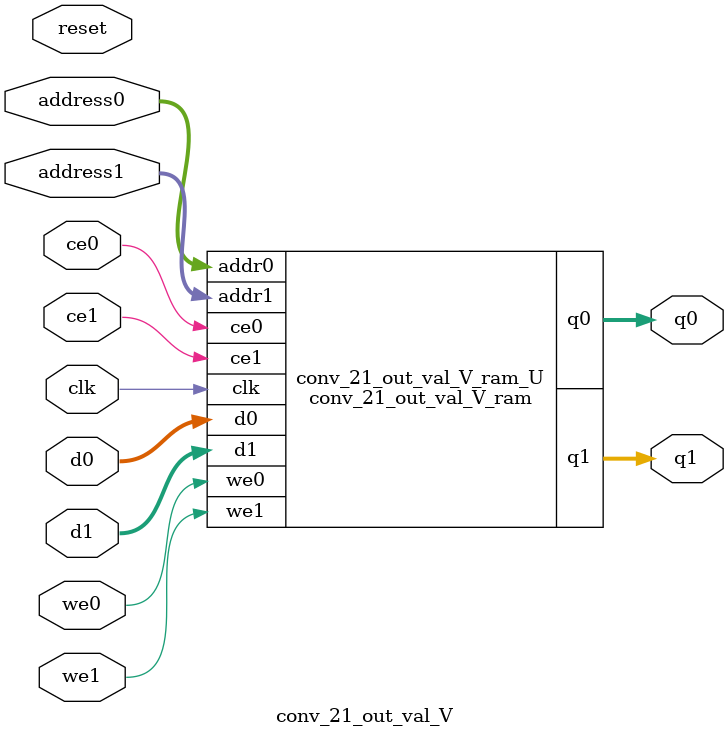
<source format=v>

`timescale 1 ns / 1 ps
module conv_21_out_val_V_ram (addr0, ce0, d0, we0, q0, addr1, ce1, d1, we1, q1,  clk);

parameter DWIDTH = 16;
parameter AWIDTH = 4;
parameter MEM_SIZE = 16;

input[AWIDTH-1:0] addr0;
input ce0;
input[DWIDTH-1:0] d0;
input we0;
output reg[DWIDTH-1:0] q0;
input[AWIDTH-1:0] addr1;
input ce1;
input[DWIDTH-1:0] d1;
input we1;
output reg[DWIDTH-1:0] q1;
input clk;

(* ram_style = "block" *)reg [DWIDTH-1:0] ram[0:MEM_SIZE-1];




always @(posedge clk)  
begin 
    if (ce0) 
    begin
        if (we0) 
        begin 
            ram[addr0] <= d0; 
            q0 <= d0;
        end 
        else 
            q0 <= ram[addr0];
    end
end


always @(posedge clk)  
begin 
    if (ce1) 
    begin
        if (we1) 
        begin 
            ram[addr1] <= d1; 
            q1 <= d1;
        end 
        else 
            q1 <= ram[addr1];
    end
end


endmodule


`timescale 1 ns / 1 ps
module conv_21_out_val_V(
    reset,
    clk,
    address0,
    ce0,
    we0,
    d0,
    q0,
    address1,
    ce1,
    we1,
    d1,
    q1);

parameter DataWidth = 32'd16;
parameter AddressRange = 32'd16;
parameter AddressWidth = 32'd4;
input reset;
input clk;
input[AddressWidth - 1:0] address0;
input ce0;
input we0;
input[DataWidth - 1:0] d0;
output[DataWidth - 1:0] q0;
input[AddressWidth - 1:0] address1;
input ce1;
input we1;
input[DataWidth - 1:0] d1;
output[DataWidth - 1:0] q1;



conv_21_out_val_V_ram conv_21_out_val_V_ram_U(
    .clk( clk ),
    .addr0( address0 ),
    .ce0( ce0 ),
    .d0( d0 ),
    .we0( we0 ),
    .q0( q0 ),
    .addr1( address1 ),
    .ce1( ce1 ),
    .d1( d1 ),
    .we1( we1 ),
    .q1( q1 ));

endmodule


</source>
